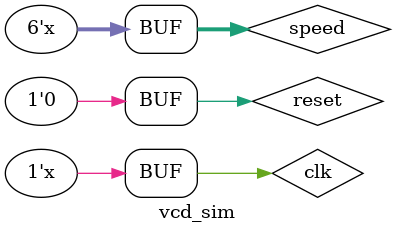
<source format=v>
`timescale 1ns / 1ps


module vcd_sim(
    );
    reg clk, reset;
    reg [5:0] speed;
    wire outp;
    variable_clock_delay vcd(.clk(clk), .reset(reset), .speed(speed), .divided_clk(outp));
    
    initial begin
        clk <= 0;
        reset <= 0;
        speed <= 0;
        #10 reset <= 1;
        #15 reset <= 0;
    end
    
    always begin
        #10 clk = ~clk;
    end
    always begin
        #320 speed <= speed + 1;
    end
    
endmodule

</source>
